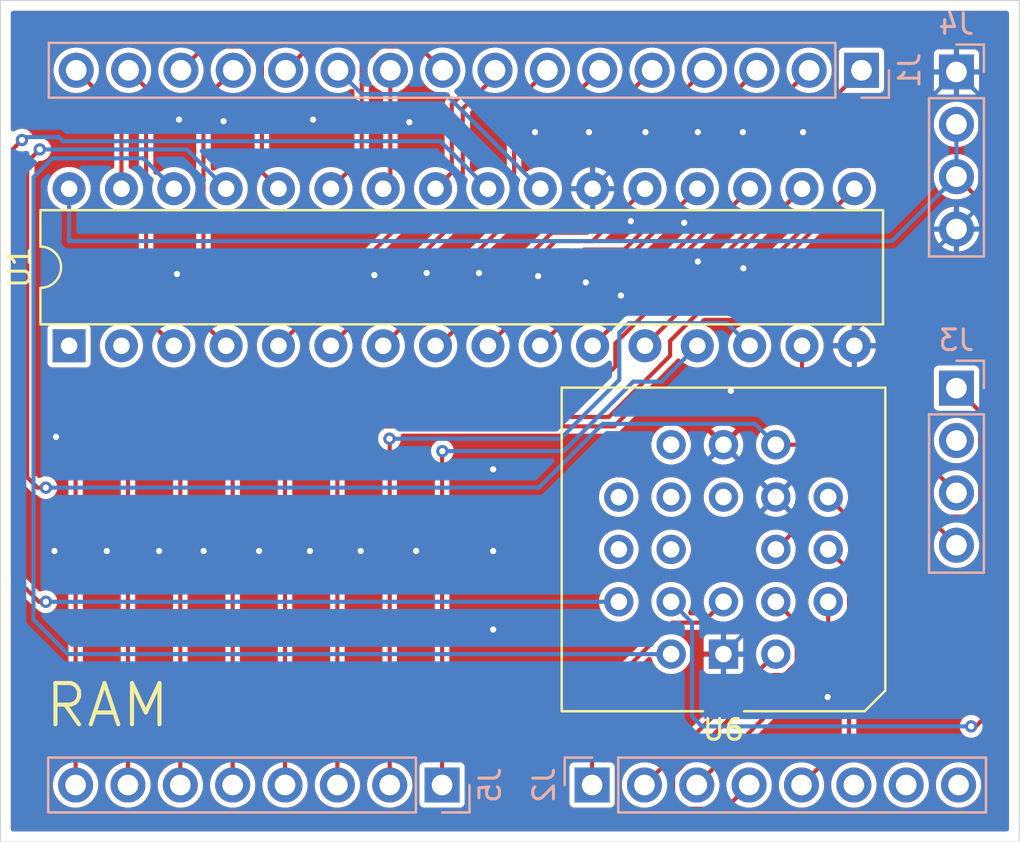
<source format=kicad_pcb>
(kicad_pcb (version 20241229) (generator "pcbnew") (generator_version "9.0")
  (layers (0 "F.Cu" signal) (2 "B.Cu" signal) (13 "F.Paste" user) (15 "B.Paste" user) (5 "F.SilkS" user "F.Silkscreen") (7 "B.SilkS" user "B.Silkscreen") (1 "F.Mask" user) (3 "B.Mask" user) (25 "Edge.Cuts" user))
  (net 0 "")
  (net 1 "/A11")
  (net 2 "/A0")
  (net 3 "/A6")
  (net 4 "/A13")
  (net 5 "/A10")
  (net 6 "/A15")
  (net 7 "/A8")
  (net 8 "/A14")
  (net 9 "/A5")
  (net 10 "/A7")
  (net 11 "/A3")
  (net 12 "/A12")
  (net 13 "/A9")
  (net 14 "/A1")
  (net 15 "/A4")
  (net 16 "/A2")
  (net 17 "/S2")
  (net 18 "/S3")
  (net 19 "/S4")
  (net 20 "/S7")
  (net 21 "/S5")
  (net 22 "/S0")
  (net 23 "/S1")
  (net 24 "/S6")
  (net 25 "/~{Reset}")
  (net 26 "/R{slash}~{W}")
  (net 27 "/E")
  (net 28 "/Q")
  (net 29 "+5V")
  (net 30 "GND")
  (net 31 "/D4")
  (net 32 "/D5")
  (net 33 "/D2")
  (net 34 "/D6")
  (net 35 "/D1")
  (net 36 "/D0")
  (net 37 "/D7")
  (net 38 "/D3")
  (net 40 "/~{OE}")
  (net 42 "/CS2")
  (footprint "Package_DIP:DIP-32_W7.62mm" (layer "F.Cu") (at 100.4062 91.7448 90)
    (property "Reference" "U1" (at 3.81 -2.39 90) (layer "F.SilkS"))
    (property "Value" "W24512AK")
    (fp_line (start 6.58 -1.39) (end 4.81 -1.39) (stroke (width 0.12)) (layer "F.SilkS"))
    (fp_line (start 2.81 -1.39) (end 1.04 -1.39) (stroke (width 0.12)) (layer "F.SilkS"))
    (fp_line (start 1.04 -1.39) (end 1.04 39.49) (stroke (width 0.12)) (layer "F.SilkS"))
    (fp_line (start 6.58 39.49) (end 6.58 -1.39) (stroke (width 0.12)) (layer "F.SilkS"))
    (fp_line (start 1.04 39.49) (end 6.58 39.49) (stroke (width 0.12)) (layer "F.SilkS"))
    (fp_arc (start 4.81 -1.39) (mid 3.81 -0.39) (end 2.81 -1.39) (stroke (width 0.12)) (layer "F.SilkS"))
    (pad "1" thru_hole rect (at 0 0 90) (size 1.6 1.6) (drill 0.8) (layers "*.Cu" "*.Mask"))
    (pad "2" thru_hole oval (at 0 2.54 90) (size 1.6 1.6) (drill 0.8) (layers "*.Cu" "*.Mask"))
    (pad "3" thru_hole oval (at 0 5.08 90) (size 1.6 1.6) (drill 0.8) (layers "*.Cu" "*.Mask") (net 8 "/A14"))
    (pad "4" thru_hole oval (at 0 7.62 90) (size 1.6 1.6) (drill 0.8) (layers "*.Cu" "*.Mask") (net 12 "/A12"))
    (pad "5" thru_hole oval (at 0 10.16 90) (size 1.6 1.6) (drill 0.8) (layers "*.Cu" "*.Mask") (net 10 "/A7"))
    (pad "6" thru_hole oval (at 0 12.7 90) (size 1.6 1.6) (drill 0.8) (layers "*.Cu" "*.Mask") (net 3 "/A6"))
    (pad "7" thru_hole oval (at 0 15.24 90) (size 1.6 1.6) (drill 0.8) (layers "*.Cu" "*.Mask") (net 9 "/A5"))
    (pad "8" thru_hole oval (at 0 17.78 90) (size 1.6 1.6) (drill 0.8) (layers "*.Cu" "*.Mask") (net 15 "/A4"))
    (pad "9" thru_hole oval (at 0 20.32 90) (size 1.6 1.6) (drill 0.8) (layers "*.Cu" "*.Mask") (net 11 "/A3"))
    (pad "10" thru_hole oval (at 0 22.86 90) (size 1.6 1.6) (drill 0.8) (layers "*.Cu" "*.Mask") (net 16 "/A2"))
    (pad "11" thru_hole oval (at 0 25.4 90) (size 1.6 1.6) (drill 0.8) (layers "*.Cu" "*.Mask") (net 14 "/A1"))
    (pad "12" thru_hole oval (at 0 27.94 90) (size 1.6 1.6) (drill 0.8) (layers "*.Cu" "*.Mask") (net 2 "/A0"))
    (pad "13" thru_hole oval (at 0 30.48 90) (size 1.6 1.6) (drill 0.8) (layers "*.Cu" "*.Mask") (net 36 "/D0"))
    (pad "14" thru_hole oval (at 0 33.02 90) (size 1.6 1.6) (drill 0.8) (layers "*.Cu" "*.Mask") (net 35 "/D1"))
    (pad "15" thru_hole oval (at 0 35.56 90) (size 1.6 1.6) (drill 0.8) (layers "*.Cu" "*.Mask") (net 33 "/D2"))
    (pad "16" thru_hole oval (at 0 38.1 90) (size 1.6 1.6) (drill 0.8) (layers "*.Cu" "*.Mask") (net 30 "GND"))
    (pad "17" thru_hole oval (at 7.62 38.1 90) (size 1.6 1.6) (drill 0.8) (layers "*.Cu" "*.Mask") (net 38 "/D3"))
    (pad "18" thru_hole oval (at 7.62 35.56 90) (size 1.6 1.6) (drill 0.8) (layers "*.Cu" "*.Mask") (net 31 "/D4"))
    (pad "19" thru_hole oval (at 7.62 33.02 90) (size 1.6 1.6) (drill 0.8) (layers "*.Cu" "*.Mask") (net 32 "/D5"))
    (pad "20" thru_hole oval (at 7.62 30.48 90) (size 1.6 1.6) (drill 0.8) (layers "*.Cu" "*.Mask") (net 34 "/D6"))
    (pad "21" thru_hole oval (at 7.62 27.94 90) (size 1.6 1.6) (drill 0.8) (layers "*.Cu" "*.Mask") (net 37 "/D7"))
    (pad "22" thru_hole oval (at 7.62 25.4 90) (size 1.6 1.6) (drill 0.8) (layers "*.Cu" "*.Mask") (net 30 "GND"))
    (pad "23" thru_hole oval (at 7.62 22.86 90) (size 1.6 1.6) (drill 0.8) (layers "*.Cu" "*.Mask") (net 5 "/A10"))
    (pad "24" thru_hole oval (at 7.62 20.32 90) (size 1.6 1.6) (drill 0.8) (layers "*.Cu" "*.Mask") (net 40 "/~{OE}"))
    (pad "25" thru_hole oval (at 7.62 17.78 90) (size 1.6 1.6) (drill 0.8) (layers "*.Cu" "*.Mask") (net 1 "/A11"))
    (pad "26" thru_hole oval (at 7.62 15.24 90) (size 1.6 1.6) (drill 0.8) (layers "*.Cu" "*.Mask") (net 13 "/A9"))
    (pad "27" thru_hole oval (at 7.62 12.7 90) (size 1.6 1.6) (drill 0.8) (layers "*.Cu" "*.Mask") (net 7 "/A8"))
    (pad "28" thru_hole oval (at 7.62 10.16 90) (size 1.6 1.6) (drill 0.8) (layers "*.Cu" "*.Mask") (net 4 "/A13"))
    (pad "29" thru_hole oval (at 7.62 7.62 90) (size 1.6 1.6) (drill 0.8) (layers "*.Cu" "*.Mask") (net 26 "/R{slash}~{W}"))
    (pad "30" thru_hole oval (at 7.62 5.08 90) (size 1.6 1.6) (drill 0.8) (layers "*.Cu" "*.Mask") (net 42 "/CS2"))
    (pad "31" thru_hole oval (at 7.62 2.54 90) (size 1.6 1.6) (drill 0.8) (layers "*.Cu" "*.Mask") (net 6 "/A15"))
    (pad "32" thru_hole oval (at 7.62 0 90) (size 1.6 1.6) (drill 0.8) (layers "*.Cu" "*.Mask") (net 29 "+5V"))
  )
  (footprint "Package_LCC:PLCC-20_THT-Socket" (layer "F.Cu") (at 132.1562 106.7054 180)
    (property "Reference" "U6" (at 0 -3.67 0) (layer "F.SilkS"))
    (property "Value" "GAL16V8")
    (fp_line (start 7.85 12.93) (end 7.85 -2.77) (stroke (width 0.12)) (layer "F.SilkS"))
    (fp_line (start 7.85 -2.77) (end 1 -2.77) (stroke (width 0.12)) (layer "F.SilkS"))
    (fp_line (start -1 -2.77) (end -6.85 -2.77) (stroke (width 0.12)) (layer "F.SilkS"))
    (fp_line (start -6.85 -2.77) (end -7.85 -1.77) (stroke (width 0.12)) (layer "F.SilkS"))
    (fp_line (start -7.85 12.93) (end 7.85 12.93) (stroke (width 0.12)) (layer "F.SilkS"))
    (fp_line (start -7.85 -1.77) (end -7.85 12.93) (stroke (width 0.12)) (layer "F.SilkS"))
    (pad "1" thru_hole rect (at 0 0 180) (size 1.4224 1.4224) (drill 0.8) (layers "*.Cu" "*.Mask") (net 30 "GND"))
    (pad "2" thru_hole circle (at 0 2.54 180) (size 1.4224 1.4224) (drill 0.8) (layers "*.Cu" "*.Mask") (net 22 "/S0"))
    (pad "3" thru_hole circle (at -2.54 0 180) (size 1.4224 1.4224) (drill 0.8) (layers "*.Cu" "*.Mask") (net 23 "/S1"))
    (pad "4" thru_hole circle (at -5.08 2.54 180) (size 1.4224 1.4224) (drill 0.8) (layers "*.Cu" "*.Mask") (net 17 "/S2"))
    (pad "5" thru_hole circle (at -2.54 2.54 180) (size 1.4224 1.4224) (drill 0.8) (layers "*.Cu" "*.Mask") (net 18 "/S3"))
    (pad "6" thru_hole circle (at -5.08 5.08 180) (size 1.4224 1.4224) (drill 0.8) (layers "*.Cu" "*.Mask") (net 19 "/S4"))
    (pad "7" thru_hole circle (at -2.54 5.08 180) (size 1.4224 1.4224) (drill 0.8) (layers "*.Cu" "*.Mask") (net 28 "/Q"))
    (pad "8" thru_hole circle (at -5.08 7.62 180) (size 1.4224 1.4224) (drill 0.8) (layers "*.Cu" "*.Mask") (net 27 "/E"))
    (pad "9" thru_hole circle (at -2.54 10.16 180) (size 1.4224 1.4224) (drill 0.8) (layers "*.Cu" "*.Mask") (net 26 "/R{slash}~{W}"))
    (pad "10" thru_hole circle (at -2.54 7.62 180) (size 1.4224 1.4224) (drill 0.8) (layers "*.Cu" "*.Mask") (net 30 "GND"))
    (pad "11" thru_hole circle (at 0 10.16 180) (size 1.4224 1.4224) (drill 0.8) (layers "*.Cu" "*.Mask") (net 30 "GND"))
    (pad "12" thru_hole circle (at 0 7.62 180) (size 1.4224 1.4224) (drill 0.8) (layers "*.Cu" "*.Mask"))
    (pad "13" thru_hole circle (at 2.54 10.16 180) (size 1.4224 1.4224) (drill 0.8) (layers "*.Cu" "*.Mask"))
    (pad "14" thru_hole circle (at 5.08 7.62 180) (size 1.4224 1.4224) (drill 0.8) (layers "*.Cu" "*.Mask"))
    (pad "15" thru_hole circle (at 2.54 7.62 180) (size 1.4224 1.4224) (drill 0.8) (layers "*.Cu" "*.Mask"))
    (pad "16" thru_hole circle (at 5.08 5.08 180) (size 1.4224 1.4224) (drill 0.8) (layers "*.Cu" "*.Mask"))
    (pad "17" thru_hole circle (at 2.54 5.08 180) (size 1.4224 1.4224) (drill 0.8) (layers "*.Cu" "*.Mask"))
    (pad "18" thru_hole circle (at 5.08 2.54 180) (size 1.4224 1.4224) (drill 0.8) (layers "*.Cu" "*.Mask") (net 40 "/~{OE}"))
    (pad "19" thru_hole circle (at 2.54 0 180) (size 1.4224 1.4224) (drill 0.8) (layers "*.Cu" "*.Mask") (net 42 "/CS2"))
    (pad "20" thru_hole circle (at 2.54 2.54 180) (size 1.4224 1.4224) (drill 0.8) (layers "*.Cu" "*.Mask") (net 29 "+5V"))
  )
  (footprint "Connector_PinHeader_2.54mm:PinHeader_1x04_P2.54mm_Vertical" (layer "B.Cu") (at 143.4592 78.4606 180)
    (property "Reference" "J4" (at 0 2.33 0) (layer "B.SilkS") (effects (justify mirror)))
    (property "Value" "Power")
    (fp_line (start 1.33 -1.27) (end 1.33 -8.95) (stroke (width 0.12)) (layer "B.SilkS"))
    (fp_line (start -1.33 1.33) (end 0 1.33) (stroke (width 0.12)) (layer "B.SilkS"))
    (fp_line (start -1.33 0) (end -1.33 1.33) (stroke (width 0.12)) (layer "B.SilkS"))
    (fp_line (start -1.33 -1.27) (end 1.33 -1.27) (stroke (width 0.12)) (layer "B.SilkS"))
    (fp_line (start -1.33 -1.27) (end -1.33 -8.95) (stroke (width 0.12)) (layer "B.SilkS"))
    (fp_line (start -1.33 -8.95) (end 1.33 -8.95) (stroke (width 0.12)) (layer "B.SilkS"))
    (pad "1" thru_hole rect (at 0 0 180) (size 1.7 1.7) (drill 1) (layers "*.Cu" "*.Mask") (net 30 "GND"))
    (pad "2" thru_hole oval (at 0 -2.54 180) (size 1.7 1.7) (drill 1) (layers "*.Cu" "*.Mask") (net 29 "+5V"))
    (pad "3" thru_hole oval (at 0 -5.08 180) (size 1.7 1.7) (drill 1) (layers "*.Cu" "*.Mask") (net 29 "+5V"))
    (pad "4" thru_hole oval (at 0 -7.62 180) (size 1.7 1.7) (drill 1) (layers "*.Cu" "*.Mask") (net 30 "GND"))
  )
  (footprint "Connector_PinHeader_2.54mm:PinHeader_1x04_P2.54mm_Vertical" (layer "B.Cu") (at 143.4592 93.8022 180)
    (property "Reference" "J3" (at 0 2.33 0) (layer "B.SilkS") (effects (justify mirror)))
    (property "Value" "Clock")
    (fp_line (start 1.33 -1.27) (end 1.33 -8.95) (stroke (width 0.12)) (layer "B.SilkS"))
    (fp_line (start -1.33 1.33) (end 0 1.33) (stroke (width 0.12)) (layer "B.SilkS"))
    (fp_line (start -1.33 0) (end -1.33 1.33) (stroke (width 0.12)) (layer "B.SilkS"))
    (fp_line (start -1.33 -1.27) (end 1.33 -1.27) (stroke (width 0.12)) (layer "B.SilkS"))
    (fp_line (start -1.33 -1.27) (end -1.33 -8.95) (stroke (width 0.12)) (layer "B.SilkS"))
    (fp_line (start -1.33 -8.95) (end 1.33 -8.95) (stroke (width 0.12)) (layer "B.SilkS"))
    (pad "1" thru_hole rect (at 0 0 180) (size 1.7 1.7) (drill 1) (layers "*.Cu" "*.Mask") (net 27 "/E"))
    (pad "2" thru_hole oval (at 0 -2.54 180) (size 1.7 1.7) (drill 1) (layers "*.Cu" "*.Mask") (net 25 "/~{Reset}"))
    (pad "3" thru_hole oval (at 0 -5.08 180) (size 1.7 1.7) (drill 1) (layers "*.Cu" "*.Mask") (net 26 "/R{slash}~{W}"))
    (pad "4" thru_hole oval (at 0 -7.62 180) (size 1.7 1.7) (drill 1) (layers "*.Cu" "*.Mask") (net 28 "/Q"))
  )
  (footprint "Connector_PinHeader_2.54mm:PinHeader_1x08_P2.54mm_Vertical" (layer "B.Cu") (at 118.5024 113.0554 90)
    (property "Reference" "J5" (at 0 2.33 90) (layer "B.SilkS") (effects (justify mirror)))
    (property "Value" "Data")
    (fp_line (start -1.33 -19.11) (end 1.33 -19.11) (stroke (width 0.12)) (layer "B.SilkS"))
    (fp_line (start 1.33 -1.27) (end 1.33 -19.11) (stroke (width 0.12)) (layer "B.SilkS"))
    (fp_line (start -1.33 -1.27) (end -1.33 -19.11) (stroke (width 0.12)) (layer "B.SilkS"))
    (fp_line (start -1.33 -1.27) (end 1.33 -1.27) (stroke (width 0.12)) (layer "B.SilkS"))
    (fp_line (start -1.33 0) (end -1.33 1.33) (stroke (width 0.12)) (layer "B.SilkS"))
    (fp_line (start -1.33 1.33) (end 0 1.33) (stroke (width 0.12)) (layer "B.SilkS"))
    (pad "1" thru_hole rect (at 0 0 90) (size 1.7 1.7) (drill 1) (layers "*.Cu" "*.Mask") (net 36 "/D0"))
    (pad "2" thru_hole oval (at 0 -2.54 90) (size 1.7 1.7) (drill 1) (layers "*.Cu" "*.Mask") (net 35 "/D1"))
    (pad "3" thru_hole oval (at 0 -5.08 90) (size 1.7 1.7) (drill 1) (layers "*.Cu" "*.Mask") (net 33 "/D2"))
    (pad "4" thru_hole oval (at 0 -7.62 90) (size 1.7 1.7) (drill 1) (layers "*.Cu" "*.Mask") (net 38 "/D3"))
    (pad "5" thru_hole oval (at 0 -10.16 90) (size 1.7 1.7) (drill 1) (layers "*.Cu" "*.Mask") (net 31 "/D4"))
    (pad "6" thru_hole oval (at 0 -12.7 90) (size 1.7 1.7) (drill 1) (layers "*.Cu" "*.Mask") (net 32 "/D5"))
    (pad "7" thru_hole oval (at 0 -15.24 90) (size 1.7 1.7) (drill 1) (layers "*.Cu" "*.Mask") (net 34 "/D6"))
    (pad "8" thru_hole oval (at 0 -17.78 90) (size 1.7 1.7) (drill 1) (layers "*.Cu" "*.Mask") (net 37 "/D7"))
  )
  (footprint "Connector_PinHeader_2.54mm:PinHeader_1x16_P2.54mm_Vertical" (layer "B.Cu") (at 138.8524 78.3782 90)
    (property "Reference" "J1" (at 0 2.33 90) (layer "B.SilkS") (effects (justify mirror)))
    (property "Value" "Address")
    (fp_line (start -1.33 -39.43) (end 1.33 -39.43) (stroke (width 0.12)) (layer "B.SilkS"))
    (fp_line (start 1.33 -1.27) (end 1.33 -39.43) (stroke (width 0.12)) (layer "B.SilkS"))
    (fp_line (start -1.33 -1.27) (end -1.33 -39.43) (stroke (width 0.12)) (layer "B.SilkS"))
    (fp_line (start -1.33 -1.27) (end 1.33 -1.27) (stroke (width 0.12)) (layer "B.SilkS"))
    (fp_line (start -1.33 0) (end -1.33 1.33) (stroke (width 0.12)) (layer "B.SilkS"))
    (fp_line (start -1.33 1.33) (end 0 1.33) (stroke (width 0.12)) (layer "B.SilkS"))
    (pad "1" thru_hole rect (at 0 0 90) (size 1.7 1.7) (drill 1) (layers "*.Cu" "*.Mask") (net 2 "/A0"))
    (pad "2" thru_hole oval (at 0 -2.54 90) (size 1.7 1.7) (drill 1) (layers "*.Cu" "*.Mask") (net 14 "/A1"))
    (pad "3" thru_hole oval (at 0 -5.08 90) (size 1.7 1.7) (drill 1) (layers "*.Cu" "*.Mask") (net 16 "/A2"))
    (pad "4" thru_hole oval (at 0 -7.62 90) (size 1.7 1.7) (drill 1) (layers "*.Cu" "*.Mask") (net 11 "/A3"))
    (pad "5" thru_hole oval (at 0 -10.16 90) (size 1.7 1.7) (drill 1) (layers "*.Cu" "*.Mask") (net 15 "/A4"))
    (pad "6" thru_hole oval (at 0 -12.7 90) (size 1.7 1.7) (drill 1) (layers "*.Cu" "*.Mask") (net 9 "/A5"))
    (pad "7" thru_hole oval (at 0 -15.24 90) (size 1.7 1.7) (drill 1) (layers "*.Cu" "*.Mask") (net 3 "/A6"))
    (pad "8" thru_hole oval (at 0 -17.78 90) (size 1.7 1.7) (drill 1) (layers "*.Cu" "*.Mask") (net 10 "/A7"))
    (pad "9" thru_hole oval (at 0 -20.32 90) (size 1.7 1.7) (drill 1) (layers "*.Cu" "*.Mask") (net 7 "/A8"))
    (pad "10" thru_hole oval (at 0 -22.86 90) (size 1.7 1.7) (drill 1) (layers "*.Cu" "*.Mask") (net 13 "/A9"))
    (pad "11" thru_hole oval (at 0 -25.4 90) (size 1.7 1.7) (drill 1) (layers "*.Cu" "*.Mask") (net 5 "/A10"))
    (pad "12" thru_hole oval (at 0 -27.94 90) (size 1.7 1.7) (drill 1) (layers "*.Cu" "*.Mask") (net 1 "/A11"))
    (pad "13" thru_hole oval (at 0 -30.48 90) (size 1.7 1.7) (drill 1) (layers "*.Cu" "*.Mask") (net 12 "/A12"))
    (pad "14" thru_hole oval (at 0 -33.02 90) (size 1.7 1.7) (drill 1) (layers "*.Cu" "*.Mask") (net 4 "/A13"))
    (pad "15" thru_hole oval (at 0 -35.56 90) (size 1.7 1.7) (drill 1) (layers "*.Cu" "*.Mask") (net 8 "/A14"))
    (pad "16" thru_hole oval (at 0 -38.1 90) (size 1.7 1.7) (drill 1) (layers "*.Cu" "*.Mask") (net 6 "/A15"))
  )
  (footprint "Connector_PinHeader_2.54mm:PinHeader_1x08_P2.54mm_Vertical" (layer "B.Cu") (at 125.7808 113.0554 -90)
    (property "Reference" "J2" (at 0 2.33 90) (layer "B.SilkS") (effects (justify mirror)))
    (property "Value" "Device")
    (fp_line (start -1.33 1.33) (end 0 1.33) (stroke (width 0.12)) (layer "B.SilkS"))
    (fp_line (start -1.33 0) (end -1.33 1.33) (stroke (width 0.12)) (layer "B.SilkS"))
    (fp_line (start -1.33 -1.27) (end 1.33 -1.27) (stroke (width 0.12)) (layer "B.SilkS"))
    (fp_line (start -1.33 -1.27) (end -1.33 -19.11) (stroke (width 0.12)) (layer "B.SilkS"))
    (fp_line (start 1.33 -1.27) (end 1.33 -19.11) (stroke (width 0.12)) (layer "B.SilkS"))
    (fp_line (start -1.33 -19.11) (end 1.33 -19.11) (stroke (width 0.12)) (layer "B.SilkS"))
    (pad "1" thru_hole rect (at 0 0 270) (size 1.7 1.7) (drill 1) (layers "*.Cu" "*.Mask") (net 22 "/S0"))
    (pad "2" thru_hole oval (at 0 -2.54 270) (size 1.7 1.7) (drill 1) (layers "*.Cu" "*.Mask") (net 23 "/S1"))
    (pad "3" thru_hole oval (at 0 -5.08 270) (size 1.7 1.7) (drill 1) (layers "*.Cu" "*.Mask") (net 17 "/S2"))
    (pad "4" thru_hole oval (at 0 -7.62 270) (size 1.7 1.7) (drill 1) (layers "*.Cu" "*.Mask") (net 18 "/S3"))
    (pad "5" thru_hole oval (at 0 -10.16 270) (size 1.7 1.7) (drill 1) (layers "*.Cu" "*.Mask") (net 19 "/S4"))
    (pad "6" thru_hole oval (at 0 -12.7 270) (size 1.7 1.7) (drill 1) (layers "*.Cu" "*.Mask") (net 21 "/S5"))
    (pad "7" thru_hole oval (at 0 -15.24 270) (size 1.7 1.7) (drill 1) (layers "*.Cu" "*.Mask") (net 24 "/S6"))
    (pad "8" thru_hole oval (at 0 -17.78 270) (size 1.7 1.7) (drill 1) (layers "*.Cu" "*.Mask") (net 20 "/S7"))
  )
  (gr_rect (start 97.0788 74.9935) (end 146.5072 115.8113) (stroke (width 0.05)) (fill no) (layer "Edge.Cuts"))
  (gr_text "RAM" (at 99.1362 110.363 0) (layer "F.SilkS") (effects (font (size 2 2) (thickness 0.2)) (justify left bottom)))
  (segment (start 119.761 77.7494) (end 119.761 79.248) (width 0.2) (layer "F.Cu") (net 1))
  (segment (start 110.9124 78.3782) (end 112.4644 76.8262) (width 0.2) (layer "F.Cu") (net 1))
  (segment (start 119.761 79.248) (end 118.9736 80.0354) (width 0.2) (layer "F.Cu") (net 1))
  (segment (start 118.9736 80.0354) (end 118.9736 83.3374) (width 0.2) (layer "F.Cu") (net 1))
  (segment (start 118.9736 83.3374) (end 118.1862 84.1248) (width 0.2) (layer "F.Cu") (net 1))
  (segment (start 118.8378 76.8262) (end 119.761 77.7494) (width 0.2) (layer "F.Cu") (net 1))
  (segment (start 112.4644 76.8262) (end 118.8378 76.8262) (width 0.2) (layer "F.Cu") (net 1))
  (segment (start 137.2616 79.969) (end 137.2616 84.8023) (width 0.2) (layer "F.Cu") (net 2))
  (segment (start 132.4273 89.6366) (end 130.4544 89.6366) (width 0.2) (layer "F.Cu") (net 2))
  (segment (start 138.8524 78.3782) (end 137.2616 79.969) (width 0.2) (layer "F.Cu") (net 2))
  (segment (start 130.4544 89.6366) (end 128.3462 91.7448) (width 0.2) (layer "F.Cu") (net 2))
  (segment (start 137.2616 84.8023) (end 132.4273 89.6366) (width 0.2) (layer "F.Cu") (net 2))
  (segment (start 123.6124 78.3782) (end 121.9962 79.9944) (width 0.2) (layer "F.Cu") (net 3))
  (segment (start 121.9962 84.582) (end 121.2342 85.344) (width 0.2) (layer "F.Cu") (net 3))
  (segment (start 121.2342 85.344) (end 119.507 85.344) (width 0.2) (layer "F.Cu") (net 3))
  (segment (start 121.9962 79.9944) (end 121.9962 84.582) (width 0.2) (layer "F.Cu") (net 3))
  (segment (start 119.507 85.344) (end 113.1062 91.7448) (width 0.2) (layer "F.Cu") (net 3))
  (segment (start 106.9834 77.2272) (end 108.84916 77.2272) (width 0.2) (layer "F.Cu") (net 4))
  (segment (start 108.84916 77.2272) (end 109.7614 78.13944) (width 0.2) (layer "F.Cu") (net 4))
  (segment (start 109.7614 83.32) (end 110.5662 84.1248) (width 0.2) (layer "F.Cu") (net 4))
  (segment (start 109.7614 78.13944) (end 109.7614 83.32) (width 0.2) (layer "F.Cu") (net 4))
  (segment (start 105.8324 78.3782) (end 106.9834 77.2272) (width 0.2) (layer "F.Cu") (net 4))
  (segment (start 114.6034 79.5292) (end 118.6706 79.5292) (width 0.2) (layer "B.Cu") (net 5))
  (segment (start 113.4524 78.3782) (end 114.6034 79.5292) (width 0.2) (layer "B.Cu") (net 5))
  (segment (start 118.6706 79.5292) (end 123.2662 84.1248) (width 0.2) (layer "B.Cu") (net 5))
  (segment (start 100.7524 78.3782) (end 102.9462 80.572) (width 0.2) (layer "F.Cu") (net 6))
  (segment (start 102.9462 80.572) (end 102.9462 84.1248) (width 0.2) (layer "F.Cu") (net 6))
  (segment (start 115.51564 77.2272) (end 114.6034 78.13944) (width 0.2) (layer "F.Cu") (net 7))
  (segment (start 117.3814 77.2272) (end 115.51564 77.2272) (width 0.2) (layer "F.Cu") (net 7))
  (segment (start 114.6034 82.6276) (end 113.1062 84.1248) (width 0.2) (layer "F.Cu") (net 7))
  (segment (start 118.5324 78.3782) (end 117.3814 77.2272) (width 0.2) (layer "F.Cu") (net 7))
  (segment (start 114.6034 78.13944) (end 114.6034 82.6276) (width 0.2) (layer "F.Cu") (net 7))
  (segment (start 103.2924 78.3782) (end 104.1424 79.2282) (width 0.2) (layer "F.Cu") (net 8))
  (segment (start 104.1424 79.2282) (end 104.1424 90.401) (width 0.2) (layer "F.Cu") (net 8))
  (segment (start 104.1424 90.401) (end 105.4862 91.7448) (width 0.2) (layer "F.Cu") (net 8))
  (segment (start 124.4854 80.0452) (end 124.4854 84.5312) (width 0.2) (layer "F.Cu") (net 9))
  (segment (start 126.1524 78.3782) (end 124.4854 80.0452) (width 0.2) (layer "F.Cu") (net 9))
  (segment (start 122.1652 85.2258) (end 115.6462 91.7448) (width 0.2) (layer "F.Cu") (net 9))
  (segment (start 123.72225 85.2258) (end 122.1652 85.2258) (width 0.2) (layer "F.Cu") (net 9))
  (segment (start 124.4854 84.5312) (end 123.7996 85.217) (width 0.2) (layer "F.Cu") (net 9))
  (segment (start 123.7996 85.217) (end 123.73105 85.217) (width 0.2) (layer "F.Cu") (net 9))
  (segment (start 123.73105 85.217) (end 123.72225 85.2258) (width 0.2) (layer "F.Cu") (net 9))
  (segment (start 116.912375 85.398625) (end 110.5662 91.7448) (width 0.2) (layer "F.Cu") (net 10))
  (segment (start 119.507 80.2386) (end 119.507 84.6836) (width 0.2) (layer "F.Cu") (net 10))
  (segment (start 121.0724 78.6732) (end 119.507 80.2386) (width 0.2) (layer "F.Cu") (net 10))
  (segment (start 119.507 84.6836) (end 118.791975 85.398625) (width 0.2) (layer "F.Cu") (net 10))
  (segment (start 118.791975 85.398625) (end 116.912375 85.398625) (width 0.2) (layer "F.Cu") (net 10))
  (segment (start 121.0724 78.3782) (end 121.0724 78.6732) (width 0.2) (layer "F.Cu") (net 10))
  (segment (start 125.3944 87.0766) (end 120.7262 91.7448) (width 0.2) (layer "F.Cu") (net 11))
  (segment (start 127.3502 87.0766) (end 125.3944 87.0766) (width 0.2) (layer "F.Cu") (net 11))
  (segment (start 131.2324 78.3782) (end 129.5908 80.0198) (width 0.2) (layer "F.Cu") (net 11))
  (segment (start 129.5908 80.0198) (end 129.5908 84.836) (width 0.2) (layer "F.Cu") (net 11))
  (segment (start 129.5908 84.836) (end 127.3502 87.0766) (width 0.2) (layer "F.Cu") (net 11))
  (segment (start 108.3724 78.3782) (end 106.9252 79.8254) (width 0.2) (layer "F.Cu") (net 12))
  (segment (start 106.9252 90.6438) (end 108.0262 91.7448) (width 0.2) (layer "F.Cu") (net 12))
  (segment (start 106.9252 79.8254) (end 106.9252 90.6438) (width 0.2) (layer "F.Cu") (net 12))
  (segment (start 115.9924 83.7786) (end 115.6462 84.1248) (width 0.2) (layer "F.Cu") (net 13))
  (segment (start 115.9924 78.3782) (end 115.9924 83.7786) (width 0.2) (layer "F.Cu") (net 13))
  (segment (start 130.8017 88.7222) (end 128.8288 88.7222) (width 0.2) (layer "F.Cu") (net 14))
  (segment (start 134.7216 84.8023) (end 130.8017 88.7222) (width 0.2) (layer "F.Cu") (net 14))
  (segment (start 128.8288 88.7222) (end 125.8062 91.7448) (width 0.2) (layer "F.Cu") (net 14))
  (segment (start 136.3124 78.3782) (end 134.7216 79.969) (width 0.2) (layer "F.Cu") (net 14))
  (segment (start 134.7216 79.969) (end 134.7216 84.8023) (width 0.2) (layer "F.Cu") (net 14))
  (segment (start 123.825 86.2584) (end 118.3386 91.7448) (width 0.2) (layer "F.Cu") (net 15))
  (segment (start 118.3386 91.7448) (end 118.1862 91.7448) (width 0.2) (layer "F.Cu") (net 15))
  (segment (start 125.543325 86.2584) (end 123.825 86.2584) (width 0.2) (layer "F.Cu") (net 15))
  (segment (start 128.6924 78.3782) (end 127.2032 79.8674) (width 0.2) (layer "F.Cu") (net 15))
  (segment (start 127.2032 79.8674) (end 127.2032 84.598525) (width 0.2) (layer "F.Cu") (net 15))
  (segment (start 127.2032 84.598525) (end 125.543325 86.2584) (width 0.2) (layer "F.Cu") (net 15))
  (segment (start 132.1562 79.9944) (end 132.1562 84.8277) (width 0.2) (layer "F.Cu") (net 16))
  (segment (start 132.1562 84.8277) (end 129.0945 87.8894) (width 0.2) (layer "F.Cu") (net 16))
  (segment (start 133.7724 78.3782) (end 132.1562 79.9944) (width 0.2) (layer "F.Cu") (net 16))
  (segment (start 129.0945 87.8894) (end 127.1216 87.8894) (width 0.2) (layer "F.Cu") (net 16))
  (segment (start 127.1216 87.8894) (end 123.2662 91.7448) (width 0.2) (layer "F.Cu") (net 16))
  (segment (start 130.8608 113.0554) (end 137.2362 106.68) (width 0.2) (layer "F.Cu") (net 17))
  (segment (start 137.2362 106.68) (end 137.2362 104.1654) (width 0.2) (layer "F.Cu") (net 17))
  (segment (start 130.14604 114.2064) (end 129.7098 113.77016) (width 0.2) (layer "F.Cu") (net 18))
  (segment (start 134.57084 107.7176) (end 135.115467 107.7176) (width 0.2) (layer "F.Cu") (net 18))
  (segment (start 129.7098 113.77016) (end 129.7098 112.57864) (width 0.2) (layer "F.Cu") (net 18))
  (segment (start 135.115467 107.7176) (end 135.7084 107.124667) (width 0.2) (layer "F.Cu") (net 18))
  (segment (start 135.7084 107.124667) (end 135.7084 105.1776) (width 0.2) (layer "F.Cu") (net 18))
  (segment (start 133.4008 113.0554) (end 132.2498 114.2064) (width 0.2) (layer "F.Cu") (net 18))
  (segment (start 135.7084 105.1776) (end 134.6962 104.1654) (width 0.2) (layer "F.Cu") (net 18))
  (segment (start 129.7098 112.57864) (end 134.57084 107.7176) (width 0.2) (layer "F.Cu") (net 18))
  (segment (start 132.2498 114.2064) (end 130.14604 114.2064) (width 0.2) (layer "F.Cu") (net 18))
  (segment (start 135.9408 113.0554) (end 138.2484 110.7478) (width 0.2) (layer "F.Cu") (net 19))
  (segment (start 138.2484 102.6376) (end 137.2362 101.6254) (width 0.2) (layer "F.Cu") (net 19))
  (segment (start 138.2484 110.7478) (end 138.2484 102.6376) (width 0.2) (layer "F.Cu") (net 19))
  (segment (start 125.7808 113.0554) (end 125.7808 109.0676) (width 0.2) (layer "F.Cu") (net 22))
  (segment (start 131.144 105.1776) (end 132.1562 104.1654) (width 0.2) (layer "F.Cu") (net 22))
  (segment (start 125.7808 109.0676) (end 129.6708 105.1776) (width 0.2) (layer "F.Cu") (net 22))
  (segment (start 129.6708 105.1776) (end 131.144 105.1776) (width 0.2) (layer "F.Cu") (net 22))
  (segment (start 134.6708 106.7054) (end 134.6962 106.7054) (width 0.2) (layer "F.Cu") (net 23))
  (segment (start 128.3208 113.0554) (end 134.6708 106.7054) (width 0.2) (layer "F.Cu") (net 23))
  (segment (start 141.1224 96.5454) (end 134.6962 96.5454) (width 0.2) (layer "F.Cu") (net 26))
  (segment (start 99.279 98.6282) (end 98.8726 98.6282) (width 0.2) (layer "F.Cu") (net 26))
  (segment (start 98.8726 98.6282) (end 98.3742 98.1298) (width 0.2) (layer "F.Cu") (net 26))
  (segment (start 98.3742 82.8294) (end 98.9838 82.2198) (width 0.2) (layer "F.Cu") (net 26))
  (segment (start 143.4592 98.8822) (end 141.1224 96.5454) (width 0.2) (layer "F.Cu") (net 26))
  (segment (start 98.3742 98.1298) (end 98.3742 82.8294) (width 0.2) (layer "F.Cu") (net 26))
  (via (at 99.279 98.6282) (size 0.6) (drill 0.3) (layers "F.Cu" "B.Cu") (net 26))
  (via (at 98.9838 82.2198) (size 0.6) (drill 0.3) (layers "F.Cu" "B.Cu") (net 26))
  (segment (start 99.279 98.6282) (end 123.1983 98.6282) (width 0.2) (layer "B.Cu") (net 26))
  (segment (start 133.684 95.5332) (end 134.6962 96.5454) (width 0.2) (layer "B.Cu") (net 26))
  (segment (start 106.1212 82.2198) (end 108.0262 84.1248) (width 0.2) (layer "B.Cu") (net 26))
  (segment (start 98.9838 82.2198) (end 106.1212 82.2198) (width 0.2) (layer "B.Cu") (net 26))
  (segment (start 126.2933 95.5332) (end 133.684 95.5332) (width 0.2) (layer "B.Cu") (net 26))
  (segment (start 123.1983 98.6282) (end 126.2933 95.5332) (width 0.2) (layer "B.Cu") (net 26))
  (segment (start 143.93596 100.0332) (end 138.184 100.0332) (width 0.2) (layer "F.Cu") (net 27))
  (segment (start 144.6102 99.35896) (end 143.93596 100.0332) (width 0.2) (layer "F.Cu") (net 27))
  (segment (start 143.4592 93.8022) (end 144.6102 94.9532) (width 0.2) (layer "F.Cu") (net 27))
  (segment (start 144.6102 94.9532) (end 144.6102 99.35896) (width 0.2) (layer "F.Cu") (net 27))
  (segment (start 138.184 100.0332) (end 137.2362 99.0854) (width 0.2) (layer "F.Cu") (net 27))
  (segment (start 135.7084 100.6132) (end 142.6502 100.6132) (width 0.2) (layer "F.Cu") (net 28))
  (segment (start 134.6962 101.6254) (end 135.7084 100.6132) (width 0.2) (layer "F.Cu") (net 28))
  (segment (start 142.6502 100.6132) (end 143.4592 101.4222) (width 0.2) (layer "F.Cu") (net 28))
  (segment (start 144.4498 110.1598) (end 144.399 110.2106) (width 0.2) (layer "F.Cu") (net 29))
  (segment (start 145.0112 85.0926) (end 145.0112 109.5984) (width 0.2) (layer "F.Cu") (net 29))
  (segment (start 145.0112 109.5984) (end 144.4498 110.1598) (width 0.2) (layer "F.Cu") (net 29))
  (segment (start 143.4592 83.5406) (end 145.0112 85.0926) (width 0.2) (layer "F.Cu") (net 29))
  (segment (start 144.399 110.2106) (end 144.1704 110.2106) (width 0.2) (layer "F.Cu") (net 29))
  (via (at 144.1704 110.2106) (size 0.6) (drill 0.3) (layers "F.Cu" "B.Cu") (net 29))
  (segment (start 130.6284 105.1776) (end 129.6162 104.1654) (width 0.2) (layer "B.Cu") (net 29))
  (segment (start 100.4062 86.6394) (end 100.4062 84.1248) (width 0.2) (layer "B.Cu") (net 29))
  (segment (start 100.3808 86.6648) (end 100.4062 86.6394) (width 0.2) (layer "B.Cu") (net 29))
  (segment (start 140.335 86.6648) (end 100.3808 86.6648) (width 0.2) (layer "B.Cu") (net 29))
  (segment (start 131.1148 110.2106) (end 130.6322 109.728) (width 0.2) (layer "B.Cu") (net 29))
  (segment (start 130.6322 109.728) (end 130.6322 109.2454) (width 0.2) (layer "B.Cu") (net 29))
  (segment (start 143.4592 83.5406) (end 140.335 86.6648) (width 0.2) (layer "B.Cu") (net 29))
  (segment (start 130.6284 109.2416) (end 130.6284 105.1776) (width 0.2) (layer "B.Cu") (net 29))
  (segment (start 143.4592 81.0006) (end 143.4592 83.5406) (width 0.2) (layer "B.Cu") (net 29))
  (segment (start 144.1704 110.2106) (end 131.1148 110.2106) (width 0.2) (layer "B.Cu") (net 29))
  (segment (start 130.6322 109.2454) (end 130.6284 109.2416) (width 0.2) (layer "B.Cu") (net 29))
  (via (at 117.2464 101.7016) (size 0.6) (drill 0.3) (layers "F.Cu" "B.Cu") (net 30))
  (via (at 116.9162 80.899) (size 0.6) (drill 0.3) (layers "F.Cu" "B.Cu") (net 30))
  (via (at 123.1646 88.3666) (size 0.6) (drill 0.3) (layers "F.Cu" "B.Cu") (net 30))
  (via (at 130.2512 85.7758) (size 0.6) (drill 0.3) (layers "F.Cu" "B.Cu") (net 30))
  (via (at 128.3716 81.3816) (size 0.6) (drill 0.3) (layers "F.Cu" "B.Cu") (net 30))
  (via (at 102.235 101.7016) (size 0.6) (drill 0.3) (layers "F.Cu" "B.Cu") (net 30))
  (via (at 114.554 101.7016) (size 0.6) (drill 0.3) (layers "F.Cu" "B.Cu") (net 30))
  (via (at 106.934 101.7016) (size 0.6) (drill 0.3) (layers "F.Cu" "B.Cu") (net 30))
  (via (at 99.695 101.7016) (size 0.6) (drill 0.3) (layers "F.Cu" "B.Cu") (net 30))
  (via (at 130.9116 81.3816) (size 0.6) (drill 0.3) (layers "F.Cu" "B.Cu") (net 30))
  (via (at 120.9802 105.5116) (size 0.6) (drill 0.3) (layers "F.Cu" "B.Cu") (net 30))
  (via (at 105.7402 80.772) (size 0.6) (drill 0.3) (layers "F.Cu" "B.Cu") (net 30))
  (via (at 133.096 81.3816) (size 0.6) (drill 0.3) (layers "F.Cu" "B.Cu") (net 30))
  (via (at 125.476 88.6714) (size 0.6) (drill 0.3) (layers "F.Cu" "B.Cu") (net 30))
  (via (at 105.6386 88.265) (size 0.6) (drill 0.3) (layers "F.Cu" "B.Cu") (net 30))
  (via (at 127.1778 89.3064) (size 0.6) (drill 0.3) (layers "F.Cu" "B.Cu") (net 30))
  (via (at 136.017 81.3816) (size 0.6) (drill 0.3) (layers "F.Cu" "B.Cu") (net 30))
  (via (at 99.7712 96.1644) (size 0.6) (drill 0.3) (layers "F.Cu" "B.Cu") (net 30))
  (via (at 109.6264 101.7016) (size 0.6) (drill 0.3) (layers "F.Cu" "B.Cu") (net 30))
  (via (at 112.0902 101.7016) (size 0.6) (drill 0.3) (layers "F.Cu" "B.Cu") (net 30))
  (via (at 120.9802 97.7392) (size 0.6) (drill 0.3) (layers "F.Cu" "B.Cu") (net 30))
  (via (at 107.8992 80.8482) (size 0.6) (drill 0.3) (layers "F.Cu" "B.Cu") (net 30))
  (via (at 127.6604 85.6996) (size 0.6) (drill 0.3) (layers "F.Cu" "B.Cu") (net 30))
  (via (at 112.2426 80.772) (size 0.6) (drill 0.3) (layers "F.Cu" "B.Cu") (net 30))
  (via (at 137.2108 108.7882) (size 0.6) (drill 0.3) (layers "F.Cu" "B.Cu") (net 30))
  (via (at 120.9802 101.7016) (size 0.6) (drill 0.3) (layers "F.Cu" "B.Cu") (net 30))
  (via (at 132.5118 93.9292) (size 0.6) (drill 0.3) (layers "F.Cu" "B.Cu") (net 30))
  (via (at 117.7544 88.2142) (size 0.6) (drill 0.3) (layers "F.Cu" "B.Cu") (net 30))
  (via (at 133.1214 87.9856) (size 0.6) (drill 0.3) (layers "F.Cu" "B.Cu") (net 30))
  (via (at 104.775 101.7016) (size 0.6) (drill 0.3) (layers "F.Cu" "B.Cu") (net 30))
  (via (at 115.2144 88.3158) (size 0.6) (drill 0.3) (layers "F.Cu" "B.Cu") (net 30))
  (via (at 123.0122 81.3816) (size 0.6) (drill 0.3) (layers "F.Cu" "B.Cu") (net 30))
  (via (at 120.2944 88.2142) (size 0.6) (drill 0.3) (layers "F.Cu" "B.Cu") (net 30))
  (via (at 125.6284 81.3816) (size 0.6) (drill 0.3) (layers "F.Cu" "B.Cu") (net 30))
  (via (at 130.9116 87.6554) (size 0.6) (drill 0.3) (layers "F.Cu" "B.Cu") (net 30))
  (segment (start 143.4592 78.4606) (end 144.6102 79.6116) (width 0.2) (layer "B.Cu") (net 30))
  (segment (start 138.5062 91.7448) (end 138.5062 95.2754) (width 0.2) (layer "B.Cu") (net 30))
  (segment (start 133.223 105.6386) (end 132.1562 106.7054) (width 0.2) (layer "B.Cu") (net 30))
  (segment (start 134.6962 99.0854) (end 133.223 100.5586) (width 0.2) (layer "B.Cu") (net 30))
  (segment (start 134.6962 99.0854) (end 132.1562 96.5454) (width 0.2) (layer "B.Cu") (net 30))
  (segment (start 133.223 100.5586) (end 133.223 105.6386) (width 0.2) (layer "B.Cu") (net 30))
  (segment (start 143.4592 78.4606) (end 138.896 83.0238) (width 0.2) (layer "B.Cu") (net 30))
  (segment (start 138.896 83.0238) (end 126.9072 83.0238) (width 0.2) (layer "B.Cu") (net 30))
  (segment (start 144.6102 84.9296) (end 143.4592 86.0806) (width 0.2) (layer "B.Cu") (net 30))
  (segment (start 138.5062 91.0336) (end 138.5062 91.7448) (width 0.2) (layer "B.Cu") (net 30))
  (segment (start 144.6102 79.6116) (end 144.6102 84.9296) (width 0.2) (layer "B.Cu") (net 30))
  (segment (start 126.9072 83.0238) (end 125.8062 84.1248) (width 0.2) (layer "B.Cu") (net 30))
  (segment (start 143.4592 86.0806) (end 138.5062 91.0336) (width 0.2) (layer "B.Cu") (net 30))
  (segment (start 134.6962 99.0854) (end 138.5062 95.2754) (width 0.2) (layer "B.Cu") (net 30))
  (segment (start 126.9072 92.752) (end 126.9072 91.62675) (width 0.2) (layer "F.Cu") (net 31))
  (segment (start 130.9624 89.1286) (end 135.9662 84.1248) (width 0.2) (layer "F.Cu") (net 31))
  (segment (start 126.9072 91.62675) (end 129.40535 89.1286) (width 0.2) (layer "F.Cu") (net 31))
  (segment (start 129.40535 89.1286) (end 130.9624 89.1286) (width 0.2) (layer "F.Cu") (net 31))
  (segment (start 108.3424 113.0554) (end 108.3424 95.0862) (width 0.2) (layer "F.Cu") (net 31))
  (segment (start 124.9426 94.7166) (end 126.9072 92.752) (width 0.2) (layer "F.Cu") (net 31))
  (segment (start 108.3424 95.0862) (end 108.712 94.7166) (width 0.2) (layer "F.Cu") (net 31))
  (segment (start 108.712 94.7166) (end 124.9426 94.7166) (width 0.2) (layer "F.Cu") (net 31))
  (segment (start 127.2877 88.2904) (end 129.2606 88.2904) (width 0.2) (layer "F.Cu") (net 32))
  (segment (start 124.4854 91.0927) (end 127.2877 88.2904) (width 0.2) (layer "F.Cu") (net 32))
  (segment (start 106.1974 94.2086) (end 122.9868 94.2086) (width 0.2) (layer "F.Cu") (net 32))
  (segment (start 105.8024 94.6036) (end 106.1974 94.2086) (width 0.2) (layer "F.Cu") (net 32))
  (segment (start 105.8024 113.0554) (end 105.8024 94.6036) (width 0.2) (layer "F.Cu") (net 32))
  (segment (start 129.2606 88.2904) (end 133.4262 84.1248) (width 0.2) (layer "F.Cu") (net 32))
  (segment (start 122.9868 94.2086) (end 124.4854 92.71) (width 0.2) (layer "F.Cu") (net 32))
  (segment (start 124.4854 92.71) (end 124.4854 91.0927) (width 0.2) (layer "F.Cu") (net 32))
  (segment (start 113.4224 113.0554) (end 113.4224 96.1276) (width 0.2) (layer "F.Cu") (net 33))
  (segment (start 126.8476 95.6564) (end 127.7112 94.7928) (width 0.2) (layer "F.Cu") (net 33))
  (segment (start 127.7112 94.7928) (end 135.0518 94.7928) (width 0.2) (layer "F.Cu") (net 33))
  (segment (start 135.0518 94.7928) (end 135.9662 93.8784) (width 0.2) (layer "F.Cu") (net 33))
  (segment (start 135.9662 93.8784) (end 135.9662 91.7448) (width 0.2) (layer "F.Cu") (net 33))
  (segment (start 113.8936 95.6564) (end 126.8476 95.6564) (width 0.2) (layer "F.Cu") (net 33))
  (segment (start 113.4224 96.1276) (end 113.8936 95.6564) (width 0.2) (layer "F.Cu") (net 33))
  (segment (start 125.5605 87.4776) (end 127.5334 87.4776) (width 0.2) (layer "F.Cu") (net 34))
  (segment (start 122.047 90.9911) (end 125.5605 87.4776) (width 0.2) (layer "F.Cu") (net 34))
  (segment (start 103.8098 93.7006) (end 121.6914 93.7006) (width 0.2) (layer "F.Cu") (net 34))
  (segment (start 103.2624 113.0554) (end 103.2624 94.248) (width 0.2) (layer "F.Cu") (net 34))
  (segment (start 127.5334 87.4776) (end 130.8862 84.1248) (width 0.2) (layer "F.Cu") (net 34))
  (segment (start 122.047 93.345) (end 122.047 90.9911) (width 0.2) (layer "F.Cu") (net 34))
  (segment (start 121.6914 93.7006) (end 122.047 93.345) (width 0.2) (layer "F.Cu") (net 34))
  (segment (start 103.2624 94.248) (end 103.8098 93.7006) (width 0.2) (layer "F.Cu") (net 34))
  (segment (start 115.9624 96.2678) (end 115.9624 113.0554) (width 0.2) (layer "F.Cu") (net 35))
  (segment (start 115.951 96.2564) (end 115.9624 96.2678) (width 0.2) (layer "F.Cu") (net 35))
  (via (at 115.951 96.2564) (size 0.6) (drill 0.3) (layers "F.Cu" "B.Cu") (net 35))
  (segment (start 115.951 96.2564) (end 124.241 96.2564) (width 0.2) (layer "B.Cu") (net 35))
  (segment (start 132.3252 90.6438) (end 133.4262 91.7448) (width 0.2) (layer "B.Cu") (net 35))
  (segment (start 127.1016 93.3958) (end 127.1016 91.1098) (width 0.2) (layer "B.Cu") (net 35))
  (segment (start 127.1016 91.1098) (end 127.5676 90.6438) (width 0.2) (layer "B.Cu") (net 35))
  (segment (start 124.241 96.2564) (end 127.1016 93.3958) (width 0.2) (layer "B.Cu") (net 35))
  (segment (start 127.5676 90.6438) (end 132.3252 90.6438) (width 0.2) (layer "B.Cu") (net 35))
  (segment (start 118.5024 113.0554) (end 118.5024 96.8704) (width 0.2) (layer "F.Cu") (net 36))
  (segment (start 118.5024 96.8704) (end 118.5164 96.8564) (width 0.2) (layer "F.Cu") (net 36))
  (via (at 118.5164 96.8564) (size 0.6) (drill 0.3) (layers "F.Cu" "B.Cu") (net 36))
  (segment (start 118.5164 96.8564) (end 124.403 96.8564) (width 0.2) (layer "B.Cu") (net 36))
  (segment (start 129.1463 93.4847) (end 130.8862 91.7448) (width 0.2) (layer "B.Cu") (net 36))
  (segment (start 127.7747 93.4847) (end 129.1463 93.4847) (width 0.2) (layer "B.Cu") (net 36))
  (segment (start 124.403 96.8564) (end 127.7747 93.4847) (width 0.2) (layer "B.Cu") (net 36))
  (segment (start 125.8062 86.6648) (end 124.0028 86.6648) (width 0.2) (layer "F.Cu") (net 37))
  (segment (start 119.4816 92.4814) (end 118.8212 93.1418) (width 0.2) (layer "F.Cu") (net 37))
  (segment (start 119.4816 91.186) (end 119.4816 92.4814) (width 0.2) (layer "F.Cu") (net 37))
  (segment (start 101.2952 93.1418) (end 100.7224 93.7146) (width 0.2) (layer "F.Cu") (net 37))
  (segment (start 128.3462 84.1248) (end 125.8062 86.6648) (width 0.2) (layer "F.Cu") (net 37))
  (segment (start 124.0028 86.6648) (end 119.4816 91.186) (width 0.2) (layer "F.Cu") (net 37))
  (segment (start 118.8212 93.1418) (end 101.2952 93.1418) (width 0.2) (layer "F.Cu") (net 37))
  (segment (start 100.7224 93.7146) (end 100.7224 113.0554) (width 0.2) (layer "F.Cu") (net 37))
  (segment (start 110.8824 95.5688) (end 111.252 95.1992) (width 0.2) (layer "F.Cu") (net 38))
  (segment (start 132.5934 90.0376) (end 132.8166 89.8144) (width 0.2) (layer "F.Cu") (net 38))
  (segment (start 132.8283 89.8027) (end 137.4277 85.2033) (width 0.2) (layer "F.Cu") (net 38))
  (segment (start 126.5936 95.1992) (end 129.5654 92.2274) (width 0.2) (layer "F.Cu") (net 38))
  (segment (start 131.03635 90.0376) (end 132.2612 90.0376) (width 0.2) (layer "F.Cu") (net 38))
  (segment (start 137.6626 84.9684) (end 138.5062 84.1248) (width 0.2) (layer "F.Cu") (net 38))
  (segment (start 110.8824 113.0554) (end 110.8824 95.5688) (width 0.2) (layer "F.Cu") (net 38))
  (segment (start 129.5654 92.2274) (end 129.5654 91.50855) (width 0.2) (layer "F.Cu") (net 38))
  (segment (start 111.252 95.1992) (end 126.5936 95.1992) (width 0.2) (layer "F.Cu") (net 38))
  (segment (start 129.5654 91.50855) (end 131.03635 90.0376) (width 0.2) (layer "F.Cu") (net 38))
  (segment (start 132.2612 90.0376) (end 132.5934 90.0376) (width 0.2) (layer "F.Cu") (net 38))
  (segment (start 137.4277 85.2033) (end 137.6626 84.9684) (width 0.2) (layer "F.Cu") (net 38))
  (segment (start 132.8166 89.8144) (end 132.8283 89.8027) (width 0.2) (layer "F.Cu") (net 38))
  (segment (start 97.6798 82.203) (end 98.1202 81.7626) (width 0.2) (layer "F.Cu") (net 40))
  (segment (start 97.6798 99.0092) (end 97.6798 82.203) (width 0.2) (layer "F.Cu") (net 40))
  (segment (start 98.9488 104.1654) (end 97.6798 102.8964) (width 0.2) (layer "F.Cu") (net 40))
  (segment (start 97.6798 102.8964) (end 97.6798 99.0092) (width 0.2) (layer "F.Cu") (net 40))
  (segment (start 99.279 104.1654) (end 98.9488 104.1654) (width 0.2) (layer "F.Cu") (net 40))
  (via (at 98.1202 81.7626) (size 0.6) (drill 0.3) (layers "F.Cu" "B.Cu") (net 40))
  (via (at 99.279 104.1654) (size 0.6) (drill 0.3) (layers "F.Cu" "B.Cu") (net 40))
  (segment (start 99.279 104.1654) (end 127.0762 104.1654) (width 0.2) (layer "B.Cu") (net 40))
  (segment (start 118.4202 81.8188) (end 100.1014 81.8188) (width 0.2) (layer "B.Cu") (net 40))
  (segment (start 98.1202 81.7626) (end 98.264 81.6188) (width 0.2) (layer "B.Cu") (net 40))
  (segment (start 98.264 81.6188) (end 99.9014 81.6188) (width 0.2) (layer "B.Cu") (net 40))
  (segment (start 99.9014 81.6188) (end 100.1014 81.8188) (width 0.2) (layer "B.Cu") (net 40))
  (segment (start 120.7262 84.1248) (end 118.4202 81.8188) (width 0.2) (layer "B.Cu") (net 40))
  (segment (start 98.679 83.566) (end 98.679 105.029) (width 0.2) (layer "B.Cu") (net 42))
  (segment (start 100.3554 106.7054) (end 129.6162 106.7054) (width 0.2) (layer "B.Cu") (net 42))
  (segment (start 98.679 105.029) (end 100.3554 106.7054) (width 0.2) (layer "B.Cu") (net 42))
  (segment (start 104.013 82.6516) (end 99.5934 82.6516) (width 0.2) (layer "B.Cu") (net 42))
  (segment (start 105.4862 84.1248) (end 104.013 82.6516) (width 0.2) (layer "B.Cu") (net 42))
  (segment (start 99.5934 82.6516) (end 98.679 83.566) (width 0.2) (layer "B.Cu") (net 42))
  (zone (net 30) (net_name "GND") (layers "F.Cu" "B.Cu") (connect_pads (clearance 0.25)) (min_thickness 0.25) (fill yes (thermal_gap 0.25) (thermal_bridge_width 0.25))
    (polygon (pts (xy 97.0788 74.9808) (xy 146.5072 74.9808) (xy 146.5072 115.824) (xy 97.0788 115.824)))
  )
)
</source>
